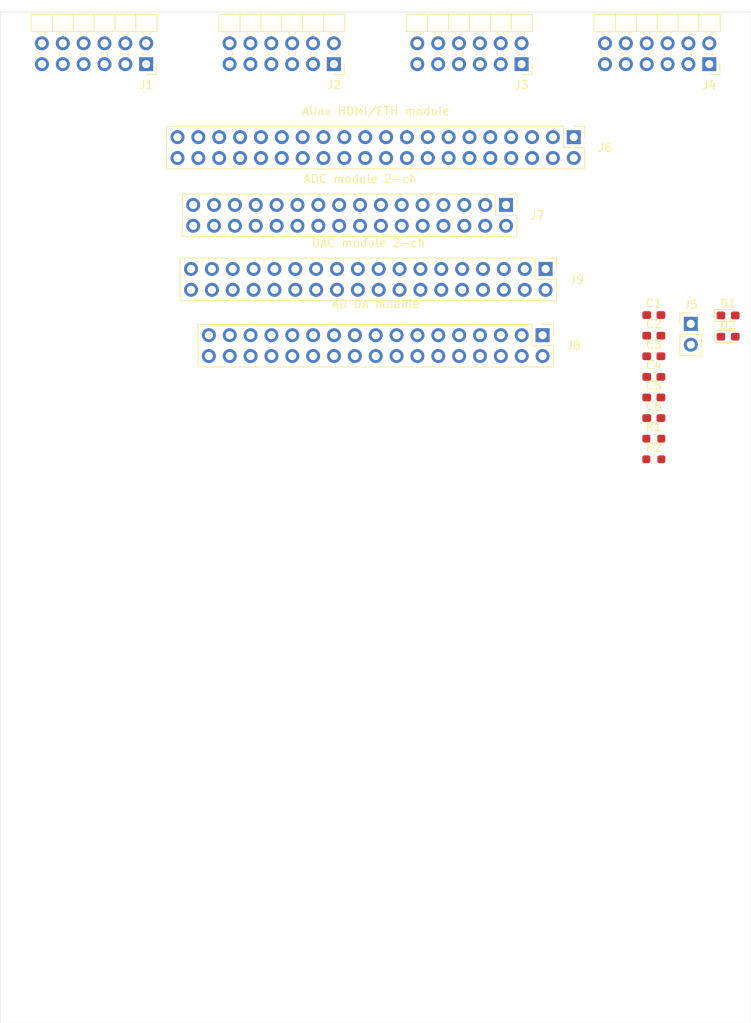
<source format=kicad_pcb>
(kicad_pcb (version 20221018) (generator pcbnew)
  (layers (0 "F.Cu" signal) (31 "B.Cu" signal) (34 "B.Paste" user) (35 "F.Paste" user) (36 "B.SilkS" user "B.Silkscreen") (37 "F.SilkS" user "F.Silkscreen") (38 "B.Mask" user) (39 "F.Mask" user) (44 "Edge.Cuts" user))
  (net 0 "")
  (net 1 "+5V")
  (net 2 "GND")
  (net 3 "+3.3V")
  (net 4 "Net-(D1-A)")
  (net 5 "Net-(D2-A)")
  (net 6 "/h12")
  (net 7 "/b10")
  (net 8 "/e10")
  (net 9 "/e12")
  (net 10 "/d10")
  (net 11 "/d11")
  (net 12 "/c11")
  (net 13 "/b11")
  (net 14 "/j11")
  (net 15 "/h11")
  (net 16 "/j10")
  (net 17 "/g10")
  (net 18 "/k13")
  (net 19 "/f12")
  (net 20 "/k12")
  (net 21 "/f11")
  (net 22 "/ae12")
  (net 23 "/af11")
  (net 24 "/af12")
  (net 25 "/ag11")
  (net 26 "/ag10")
  (net 27 "/ah12")
  (net 28 "/ah10")
  (net 29 "/ah11")
  (net 30 "/ac12")
  (net 31 "/ad11")
  (net 32 "/ad12")
  (net 33 "/ad10")
  (net 34 "/ae10")
  (net 35 "/aa11")
  (net 36 "/af10")
  (net 37 "/aa10")
  (footprint "MountingHole:MountingHole_3.2mm_M3" (layer "F.Cu") (at 139.755 145.465)
    (fp_text reference "H14" hide)
    (fp_text value "M3")
    (pad "" np_thru_hole circle (at 0 0) (size 3.2 3.2) (drill 3.2) (layers "*.Cu" "*.Mask"))
  )
  (footprint "MountingHole:MountingHole_3.2mm_M3" (layer "F.Cu") (at 139.355 121.005)
    (fp_text reference "H8" hide)
    (fp_text value "M3")
    (pad "" np_thru_hole circle (at 0 0) (size 3.2 3.2) (drill 3.2) (layers "*.Cu" "*.Mask"))
  )
  (footprint "MountingHole:MountingHole_3.2mm_M3" (layer "F.Cu") (at 134.77 131.46)
    (fp_text reference "H12" hide)
    (fp_text value "M3")
    (pad "" np_thru_hole circle (at 0 0) (size 3.2 3.2) (drill 3.2) (layers "*.Cu" "*.Mask"))
  )
  (footprint "Capacitor_SMD:C_0603_1608Metric_Pad1.08x0.95mm_HandSolder" (layer "F.Cu") (at 150.7325 73.67)
    (fp_text reference "C4" (at 0 -1.43) (layer "F.SilkS"))
    (fp_text value "100n")
    (fp_line (start -0.146267 -0.51) (end 0.146267 -0.51) (stroke (width 0.12)) (layer "F.SilkS"))
    (fp_line (start -0.146267 0.51) (end 0.146267 0.51) (stroke (width 0.12)) (layer "F.SilkS"))
    (pad "1" smd roundrect (at -0.8625 0) (size 1.075 0.95) (layers "F.Cu" "F.Paste" "F.Mask") (net 1 "+5V"))
    (pad "2" smd roundrect (at 0.8625 0) (size 1.075 0.95) (layers "F.Cu" "F.Paste" "F.Mask") (net 2 "GND"))
  )
  (footprint "MountingHole:MountingHole_2.5mm" (layer "F.Cu") (at 116.85 144.785)
    (fp_text reference "H5" hide)
    (fp_text value "2.5")
    (pad "" np_thru_hole circle (at 0 0) (size 2.5 2.5) (drill 2.5) (layers "*.Cu" "*.Mask"))
  )
  (footprint "Resistor_SMD:R_0603_1608Metric_Pad0.98x0.95mm_HandSolder" (layer "F.Cu") (at 150.7325 81.2)
    (fp_text reference "R1" (at 0 -1.43) (layer "F.SilkS"))
    (fp_text value "470E")
    (fp_line (start -0.254724 -0.5225) (end 0.254724 -0.5225) (stroke (width 0.12)) (layer "F.SilkS"))
    (fp_line (start -0.254724 0.5225) (end 0.254724 0.5225) (stroke (width 0.12)) (layer "F.SilkS"))
    (pad "1" smd roundrect (at -0.9125 0) (size 0.975 0.95) (layers "F.Cu" "F.Paste" "F.Mask") (net 1 "+5V"))
    (pad "2" smd roundrect (at 0.9125 0) (size 0.975 0.95) (layers "F.Cu" "F.Paste" "F.Mask") (net 4 "Net-(D1-A)"))
  )
  (footprint "MountingHole:MountingHole_3.2mm_M3" (layer "F.Cu") (at 131.95 102.59)
    (fp_text reference "H16" hide)
    (fp_text value "M3")
    (pad "" np_thru_hole circle (at 0 0) (size 3.2 3.2) (drill 3.2) (layers "*.Cu" "*.Mask"))
  )
  (footprint "LED_SMD:LED_0603_1608Metric_Pad1.05x0.95mm_HandSolder" (layer "F.Cu") (at 159.7775 68.77)
    (fp_text reference "D2" (at 0 -1.43) (layer "F.SilkS"))
    (fp_text value "green")
    (fp_line (start -1.66 -0.735) (end -1.66 0.735) (stroke (width 0.12)) (layer "F.SilkS"))
    (fp_line (start -1.66 0.735) (end 0.8 0.735) (stroke (width 0.12)) (layer "F.SilkS"))
    (fp_line (start 0.8 -0.735) (end -1.66 -0.735) (stroke (width 0.12)) (layer "F.SilkS"))
    (pad "1" smd roundrect (at -0.875 0) (size 1.05 0.95) (layers "F.Cu" "F.Paste" "F.Mask") (net 2 "GND"))
    (pad "2" smd roundrect (at 0.875 0) (size 1.05 0.95) (layers "F.Cu" "F.Paste" "F.Mask") (net 5 "Net-(D2-A)"))
  )
  (footprint "MountingHole:MountingHole_2.5mm" (layer "F.Cu") (at 156.22 144.785)
    (fp_text reference "H6" hide)
    (fp_text value "2.5")
    (pad "" np_thru_hole circle (at 0 0) (size 2.5 2.5) (drill 2.5) (layers "*.Cu" "*.Mask"))
  )
  (footprint "MountingHole:MountingHole_2.5mm" (layer "F.Cu") (at 93.99 34.3)
    (fp_text reference "H1" hide)
    (fp_text value "2.5")
    (pad "" np_thru_hole circle (at 0 0) (size 2.5 2.5) (drill 2.5) (layers "*.Cu" "*.Mask"))
  )
  (footprint "MountingHole:MountingHole_3.2mm_M3" (layer "F.Cu") (at 139.355 90.005)
    (fp_text reference "H10" hide)
    (fp_text value "M3")
    (pad "" np_thru_hole circle (at 0 0) (size 3.2 3.2) (drill 3.2) (layers "*.Cu" "*.Mask"))
  )
  (footprint "MountingHole:MountingHole_2.5mm" (layer "F.Cu") (at 139.71 34.3)
    (fp_text reference "H3" hide)
    (fp_text value "2.5")
    (pad "" np_thru_hole circle (at 0 0) (size 2.5 2.5) (drill 2.5) (layers "*.Cu" "*.Mask"))
  )
  (footprint "Library:PinHeader_2x06_P2.54mm_Horizontal" (layer "F.Cu") (at 111.765 35.565 90)
    (fp_text reference "J2" (at -2.545 0.005) (layer "F.SilkS"))
    (fp_text value "pmod-2")
    (fp_line (start -1.27 1.27) (end -1.27 0) (stroke (width 0.12)) (layer "F.SilkS"))
    (fp_line (start -1.27 1.27) (end 0 1.27) (stroke (width 0.12)) (layer "F.SilkS"))
    (fp_line (start 1.042929 -10.54) (end 1.497071 -10.54) (stroke (width 0.12)) (layer "F.SilkS"))
    (fp_line (start 1.042929 -9.78) (end 1.497071 -9.78) (stroke (width 0.12)) (layer "F.SilkS"))
    (fp_line (start 1.042929 -8) (end 1.497071 -8) (stroke (width 0.12)) (layer "F.SilkS"))
    (fp_line (start 1.042929 -7.24) (end 1.497071 -7.24) (stroke (width 0.12)) (layer "F.SilkS"))
    (fp_line (start 1.042929 -5.46) (end 1.497071 -5.46) (stroke (width 0.12)) (layer "F.SilkS"))
    (fp_line (start 1.042929 -4.7) (end 1.497071 -4.7) (stroke (width 0.12)) (layer "F.SilkS"))
    (fp_line (start 1.042929 -2.92) (end 1.497071 -2.92) (stroke (width 0.12)) (layer "F.SilkS"))
    (fp_line (start 1.042929 -2.16) (end 1.497071 -2.16) (stroke (width 0.12)) (layer "F.SilkS"))
    (fp_line (start 1.042929 -0.38) (end 1.497071 -0.38) (stroke (width 0.12)) (layer "F.SilkS"))
    (fp_line (start 1.042929 0.38) (end 1.497071 0.38) (stroke (width 0.12)) (layer "F.SilkS"))
    (fp_line (start 1.11 -13.08) (end 1.497071 -13.08) (stroke (width 0.12)) (layer "F.SilkS"))
    (fp_line (start 1.11 -12.32) (end 1.497071 -12.32) (stroke (width 0.12)) (layer "F.SilkS"))
    (fp_line (start 3.582929 -13.08) (end 3.98 -13.08) (stroke (width 0.12)) (layer "F.SilkS"))
    (fp_line (start 3.582929 -12.32) (end 3.98 -12.32) (stroke (width 0.12)) (layer "F.SilkS"))
    (fp_line (start 3.582929 -10.54) (end 3.98 -10.54) (stroke (width 0.12)) (layer "F.SilkS"))
    (fp_line (start 3.582929 -9.78) (end 3.98 -9.78) (stroke (width 0.12)) (layer "F.SilkS"))
    (fp_line (start 3.582929 -8) (end 3.98 -8) (stroke (width 0.12)) (layer "F.SilkS"))
    (fp_line (start 3.582929 -7.24) (end 3.98 -7.24) (stroke (width 0.12)) (layer "F.SilkS"))
    (fp_line (start 3.582929 -5.46) (end 3.98 -5.46) (stroke (width 0.12)) (layer "F.SilkS"))
    (fp_line (start 3.582929 -4.7) (end 3.98 -4.7) (stroke (width 0.12)) (layer "F.SilkS"))
    (fp_line (start 3.582929 -2.92) (end 3.98 -2.92) (stroke (width 0.12)) (layer "F.SilkS"))
    (fp_line (start 3.582929 -2.16) (end 3.98 -2.16) (stroke (width 0.12)) (layer "F.SilkS"))
    (fp_line (start 3.582929 -0.38) (end 3.98 -0.38) (stroke (width 0.12)) (layer "F.SilkS"))
    (fp_line (start 3.582929 0.38) (end 3.98 0.38) (stroke (width 0.12)) (layer "F.SilkS"))
    (fp_line (start 3.98 -14.03) (end 3.98 1.33) (stroke (width 0.12)) (layer "F.SilkS"))
    (fp_line (start 3.98 -11.43) (end 6.096 -11.43) (stroke (width 0.12)) (layer "F.SilkS"))
    (fp_line (start 3.98 -8.89) (end 6.096 -8.89) (stroke (width 0.12)) (layer "F.SilkS"))
    (fp_line (start 3.98 -6.35) (end 6.096 -6.35) (stroke (width 0.12)) (layer "F.SilkS"))
    (fp_line (start 3.98 -3.81) (end 6.096 -3.81) (stroke (width 0.12)) (layer "F.SilkS"))
    (fp_line (start 3.98 -1.27) (end 6.096 -1.27) (stroke (width 0.12)) (layer "F.SilkS"))
    (fp_line (start 3.98 1.33) (end 6.096 1.33) (stroke (width 0.12)) (layer "F.SilkS"))
    (fp_line (start 6.096 -14.03) (end 3.98 -14.03) (stroke (width 0.12)) (layer "F.SilkS"))
    (fp_line (start 6.096 1.33) (end 6.096 -14.03) (stroke (width 0.12)) (layer "F.SilkS"))
    (pad "1" thru_hole rect (at 0 0 90) (size 1.7 1.7) (drill 1) (layers "*.Cu" "*.Mask") (net 14 "/j11"))
    (pad "2" thru_hole oval (at 2.54 0 90) (size 1.7 1.7) (drill 1) (layers "*.Cu" "*.Mask") (net 15 "/h11"))
    (pad "3" thru_hole oval (at 0 -2.54 90) (size 1.7 1.7) (drill 1) (layers "*.Cu" "*.Mask") (net 16 "/j10"))
    (pad "4" thru_hole oval (at 2.54 -2.54 90) (size 1.7 1.7) (drill 1) (layers "*.Cu" "*.Mask") (net 17 "/g10"))
    (pad "5" thru_hole oval (at 0 -5.08 90) (size 1.7 1.7) (drill 1) (layers "*.Cu" "*.Mask") (net 18 "/k13"))
    (pad "6" thru_hole oval (at 2.54 -5.08 90) (size 1.7 1.7) (drill 1) (layers "*.Cu" "*.Mask") (net 19 "/f12"))
    (pad "7" thru_hole oval (at 0 -7.62 90) (size 1.7 1.7) (drill 1) (layers "*.Cu" "*.Mask") (net 20 "/k12"))
    (pad "8" thru_hole oval (at 2.54 -7.62 90) (size 1.7 1.7) (drill 1) (layers "*.Cu" "*.Mask") (net 21 "/f11"))
    (pad "9" thru_hole oval (at 0 -10.16 90) (size 1.7 1.7) (drill 1) (layers "*.Cu" "*.Mask") (net 2 "GND"))
    (pad "10" thru_hole oval (at 2.54 -10.16 90) (size 1.7 1.7) (drill 1) (layers "*.Cu" "*.Mask") (net 2 "GND"))
    (pad "11" thru_hole oval (at 0 -12.7 90) (size 1.7 1.7) (drill 1) (layers "*.Cu" "*.Mask") (net 3 "+3.3V"))
    (pad "12" thru_hole oval (at 2.54 -12.7 90) (size 1.7 1.7) (drill 1) (layers "*.Cu" "*.Mask") (net 3 "+3.3V"))
  )
  (footprint "MountingHole:MountingHole_3.2mm_M3" (layer "F.Cu") (at 94.355 90.005)
    (fp_text reference "H9" hide)
    (fp_text value "M3")
    (pad "" np_thru_hole circle (at 0 0) (size 3.2 3.2) (drill 3.2) (layers "*.Cu" "*.Mask"))
  )
  (footprint "Library:PinHeader_2x06_P2.54mm_Horizontal" (layer "F.Cu") (at 88.905 35.565 90)
    (fp_text reference "J1" (at -2.545 0.005) (layer "F.SilkS"))
    (fp_text value "pmod-1")
    (fp_line (start -1.27 1.27) (end -1.27 0) (stroke (width 0.12)) (layer "F.SilkS"))
    (fp_line (start -1.27 1.27) (end 0 1.27) (stroke (width 0.12)) (layer "F.SilkS"))
    (fp_line (start 1.042929 -10.54) (end 1.497071 -10.54) (stroke (width 0.12)) (layer "F.SilkS"))
    (fp_line (start 1.042929 -9.78) (end 1.497071 -9.78) (stroke (width 0.12)) (layer "F.SilkS"))
    (fp_line (start 1.042929 -8) (end 1.497071 -8) (stroke (width 0.12)) (layer "F.SilkS"))
    (fp_line (start 1.042929 -7.24) (end 1.497071 -7.24) (stroke (width 0.12)) (layer "F.SilkS"))
    (fp_line (start 1.042929 -5.46) (end 1.497071 -5.46) (stroke (width 0.12)) (layer "F.SilkS"))
    (fp_line (start 1.042929 -4.7) (end 1.497071 -4.7) (stroke (width 0.12)) (layer "F.SilkS"))
    (fp_line (start 1.042929 -2.92) (end 1.497071 -2.92) (stroke (width 0.12)) (layer "F.SilkS"))
    (fp_line (start 1.042929 -2.16) (end 1.497071 -2.16) (stroke (width 0.12)) (layer "F.SilkS"))
    (fp_line (start 1.042929 -0.38) (end 1.497071 -0.38) (stroke (width 0.12)) (layer "F.SilkS"))
    (fp_line (start 1.042929 0.38) (end 1.497071 0.38) (stroke (width 0.12)) (layer "F.SilkS"))
    (fp_line (start 1.11 -13.08) (end 1.497071 -13.08) (stroke (width 0.12)) (layer "F.SilkS"))
    (fp_line (start 1.11 -12.32) (end 1.497071 -12.32) (stroke (width 0.12)) (layer "F.SilkS"))
    (fp_line (start 3.582929 -13.08) (end 3.98 -13.08) (stroke (width 0.12)) (layer "F.SilkS"))
    (fp_line (start 3.582929 -12.32) (end 3.98 -12.32) (stroke (width 0.12)) (layer "F.SilkS"))
    (fp_line (start 3.582929 -10.54) (end 3.98 -10.54) (stroke (width 0.12)) (layer "F.SilkS"))
    (fp_line (start 3.582929 -9.78) (end 3.98 -9.78) (stroke (width 0.12)) (layer "F.SilkS"))
    (fp_line (start 3.582929 -8) (end 3.98 -8) (stroke (width 0.12)) (layer "F.SilkS"))
    (fp_line (start 3.582929 -7.24) (end 3.98 -7.24) (stroke (width 0.12)) (layer "F.SilkS"))
    (fp_line (start 3.582929 -5.46) (end 3.98 -5.46) (stroke (width 0.12)) (layer "F.SilkS"))
    (fp_line (start 3.582929 -4.7) (end 3.98 -4.7) (stroke (width 0.12)) (layer "F.SilkS"))
    (fp_line (start 3.582929 -2.92) (end 3.98 -2.92) (stroke (width 0.12)) (layer "F.SilkS"))
    (fp_line (start 3.582929 -2.16) (end 3.98 -2.16) (stroke (width 0.12)) (layer "F.SilkS"))
    (fp_line (start 3.582929 -0.38) (end 3.98 -0.38) (stroke (width 0.12)) (layer "F.SilkS"))
    (fp_line (start 3.582929 0.38) (end 3.98 0.38) (stroke (width 0.12)) (layer "F.SilkS"))
    (fp_line (start 3.98 -14.03) (end 3.98 1.33) (stroke (width 0.12)) (layer "F.SilkS"))
    (fp_line (start 3.98 -11.43) (end 6.096 -11.43) (stroke (width 0.12)) (layer "F.SilkS"))
    (fp_line (start 3.98 -8.89) (end 6.096 -8.89) (stroke (width 0.12)) (layer "F.SilkS"))
    (fp_line (start 3.98 -6.35) (end 6.096 -6.35) (stroke (width 0.12)) (layer "F.SilkS"))
    (fp_line (start 3.98 -3.81) (end 6.096 -3.81) (stroke (width 0.12)) (layer "F.SilkS"))
    (fp_line (start 3.98 -1.27) (end 6.096 -1.27) (stroke (width 0.12)) (layer "F.SilkS"))
    (fp_line (start 3.98 1.33) (end 6.096 1.33) (stroke (width 0.12)) (layer "F.SilkS"))
    (fp_line (start 6.096 -14.03) (end 3.98 -14.03) (stroke (width 0.12)) (layer "F.SilkS"))
    (fp_line (start 6.096 1.33) (end 6.096 -14.03) (stroke (width 0.12)) (layer "F.SilkS"))
    (pad "1" thru_hole rect (at 0 0 90) (size 1.7 1.7) (drill 1) (layers "*.Cu" "*.Mask") (net 6 "/h12"))
    (pad "2" thru_hole oval (at 2.54 0 90) (size 1.7 1.7) (drill 1) (layers "*.Cu" "*.Mask") (net 7 "/b10"))
    (pad "3" thru_hole oval (at 0 -2.54 90) (size 1.7 1.7) (drill 1) (layers "*.Cu" "*.Mask") (net 8 "/e10"))
    (pad "4" thru_hole oval (at 2.54 -2.54 90) (size 1.7 1.7) (drill 1) (layers "*.Cu" "*.Mask") (net 9 "/e12"))
    (pad "5" thru_hole oval (at 0 -5.08 90) (size 1.7 1.7) (drill 1) (layers "*.Cu" "*.Mask") (net 10 "/d10"))
    (pad "6" thru_hole oval (at 2.54 -5.08 90) (size 1.7 1.7) (drill 1) (layers "*.Cu" "*.Mask") (net 11 "/d11"))
    (pad "7" thru_hole oval (at 0 -7.62 90) (size 1.7 1.7) (drill 1) (layers "*.Cu" "*.Mask") (net 12 "/c11"))
    (pad "8" thru_hole oval (at 2.54 -7.62 90) (size 1.7 1.7) (drill 1) (layers "*.Cu" "*.Mask") (net 13 "/b11"))
    (pad "9" thru_hole oval (at 0 -10.16 90) (size 1.7 1.7) (drill 1) (layers "*.Cu" "*.Mask") (net 2 "GND"))
    (pad "10" thru_hole oval (at 2.54 -10.16 90) (size 1.7 1.7) (drill 1) (layers "*.Cu" "*.Mask") (net 2 "GND"))
    (pad "11" thru_hole oval (at 0 -12.7 90) (size 1.7 1.7) (drill 1) (layers "*.Cu" "*.Mask") (net 3 "+3.3V"))
    (pad "12" thru_hole oval (at 2.54 -12.7 90) (size 1.7 1.7) (drill 1) (layers "*.Cu" "*.Mask") (net 3 "+3.3V"))
  )
  (footprint "Capacitor_SMD:C_0603_1608Metric_Pad1.08x0.95mm_HandSolder" (layer "F.Cu") (at 150.7325 68.65)
    (fp_text reference "C2" (at 0 -1.43) (layer "F.SilkS"))
    (fp_text value "100n")
    (fp_line (start -0.146267 -0.51) (end 0.146267 -0.51) (stroke (width 0.12)) (layer "F.SilkS"))
    (fp_line (start -0.146267 0.51) (end 0.146267 0.51) (stroke (width 0.12)) (layer "F.SilkS"))
    (pad "1" smd roundrect (at -0.8625 0) (size 1.075 0.95) (layers "F.Cu" "F.Paste" "F.Mask") (net 1 "+5V"))
    (pad "2" smd roundrect (at 0.8625 0) (size 1.075 0.95) (layers "F.Cu" "F.Paste" "F.Mask") (net 2 "GND"))
  )
  (footprint "MountingHole:MountingHole_3.2mm_M3" (layer "F.Cu") (at 97.17 131.46)
    (fp_text reference "H11" hide)
    (fp_text value "M3")
    (pad "" np_thru_hole circle (at 0 0) (size 3.2 3.2) (drill 3.2) (layers "*.Cu" "*.Mask"))
  )
  (footprint "MountingHole:MountingHole_2.5mm" (layer "F.Cu") (at 76.845 144.785)
    (fp_text reference "H4" hide)
    (fp_text value "2.5")
    (pad "" np_thru_hole circle (at 0 0) (size 2.5 2.5) (drill 2.5) (layers "*.Cu" "*.Mask"))
  )
  (footprint "Connector_PinHeader_2.54mm:PinHeader_2x18_P2.54mm_Vertical" (layer "F.Cu") (at 137.545 60.52 -90)
    (fp_text reference "J9" (at 1.27 -3.825) (layer "F.SilkS"))
    (fp_text value "DAC module 2-ch" (at -3.175 21.575) (layer "F.SilkS"))
    (fp_line (start -1.33 -1.33) (end 0 -1.33) (stroke (width 0.12)) (layer "F.SilkS"))
    (fp_line (start -1.33 0) (end -1.33 -1.33) (stroke (width 0.12)) (layer "F.SilkS"))
    (fp_line (start -1.33 1.27) (end -1.33 44.51) (stroke (width 0.12)) (layer "F.SilkS"))
    (fp_line (start -1.33 1.27) (end 1.27 1.27) (stroke (width 0.12)) (layer "F.SilkS"))
    (fp_line (start -1.33 44.51) (end 3.87 44.51) (stroke (width 0.12)) (layer "F.SilkS"))
    (fp_line (start 1.27 -1.33) (end 3.87 -1.33) (stroke (width 0.12)) (layer "F.SilkS"))
    (fp_line (start 1.27 1.27) (end 1.27 -1.33) (stroke (width 0.12)) (layer "F.SilkS"))
    (fp_line (start 3.87 -1.33) (end 3.87 44.51) (stroke (width 0.12)) (layer "F.SilkS"))
    (pad "1" thru_hole rect (at 0 0 270) (size 1.7 1.7) (drill 1) (layers "*.Cu" "*.Mask") (net 31 "/ad11"))
    (pad "2" thru_hole oval (at 2.54 0 270) (size 1.7 1.7) (drill 1) (layers "*.Cu" "*.Mask") (net 30 "/ac12"))
    (pad "3" thru_hole oval (at 0 2.54 270) (size 1.7 1.7) (drill 1) (layers "*.Cu" "*.Mask") (net 33 "/ad10"))
    (pad "4" thru_hole oval (at 2.54 2.54 270) (size 1.7 1.7) (drill 1) (layers "*.Cu" "*.Mask") (net 32 "/ad12"))
    (pad "5" thru_hole oval (at 0 5.08 270) (size 1.7 1.7) (drill 1) (layers "*.Cu" "*.Mask") (net 35 "/aa11"))
    (pad "6" thru_hole oval (at 2.54 5.08 270) (size 1.7 1.7) (drill 1) (layers "*.Cu" "*.Mask") (net 34 "/ae10"))
    (pad "7" thru_hole oval (at 0 7.62 270) (size 1.7 1.7) (drill 1) (layers "*.Cu" "*.Mask") (net 37 "/aa10"))
    (pad "8" thru_hole oval (at 2.54 7.62 270) (size 1.7 1.7) (drill 1) (layers "*.Cu" "*.Mask") (net 36 "/af10"))
    (pad "9" thru_hole oval (at 0 10.16 270) (size 1.7 1.7) (drill 1) (layers "*.Cu" "*.Mask") (net 23 "/af11"))
    (pad "10" thru_hole oval (at 2.54 10.16 270) (size 1.7 1.7) (drill 1) (layers "*.Cu" "*.Mask") (net 22 "/ae12"))
    (pad "11" thru_hole oval (at 0 12.7 270) (size 1.7 1.7) (drill 1) (layers "*.Cu" "*.Mask") (net 1 "+5V"))
    (pad "12" thru_hole oval (at 2.54 12.7 270) (size 1.7 1.7) (drill 1) (layers "*.Cu" "*.Mask") (net 2 "GND"))
    (pad "13" thru_hole oval (at 0 15.24 270) (size 1.7 1.7) (drill 1) (layers "*.Cu" "*.Mask") (net 25 "/ag11"))
    (pad "14" thru_hole oval (at 2.54 15.24 270) (size 1.7 1.7) (drill 1) (layers "*.Cu" "*.Mask") (net 24 "/af12"))
    (pad "15" thru_hole oval (at 0 17.78 270) (size 1.7 1.7) (drill 1) (layers "*.Cu" "*.Mask") (net 27 "/ah12"))
    (pad "16" thru_hole oval (at 2.54 17.78 270) (size 1.7 1.7) (drill 1) (layers "*.Cu" "*.Mask") (net 26 "/ag10"))
    (pad "17" thru_hole oval (at 0 20.32 270) (size 1.7 1.7) (drill 1) (layers "*.Cu" "*.Mask") (net 29 "/ah11"))
    (pad "18" thru_hole oval (at 2.54 20.32 270) (size 1.7 1.7) (drill 1) (layers "*.Cu" "*.Mask") (net 28 "/ah10"))
    (pad "19" thru_hole oval (at 0 22.86 270) (size 1.7 1.7) (drill 1) (layers "*.Cu" "*.Mask") (net 15 "/h11"))
    (pad "20" thru_hole oval (at 2.54 22.86 270) (size 1.7 1.7) (drill 1) (layers "*.Cu" "*.Mask") (net 14 "/j11"))
    (pad "21" thru_hole oval (at 0 25.4 270) (size 1.7 1.7) (drill 1) (layers "*.Cu" "*.Mask") (net 17 "/g10"))
    (pad "22" thru_hole oval (at 2.54 25.4 270) (size 1.7 1.7) (drill 1) (layers "*.Cu" "*.Mask") (net 16 "/j10"))
    (pad "23" thru_hole oval (at 0 27.94 270) (size 1.7 1.7) (drill 1) (layers "*.Cu" "*.Mask") (net 19 "/f12"))
    (pad "24" thru_hole oval (at 2.54 27.94 270) (size 1.7 1.7) (drill 1) (layers "*.Cu" "*.Mask") (net 18 "/k13"))
    (pad "25" thru_hole oval (at 0 30.48 270) (size 1.7 1.7) (drill 1) (layers "*.Cu" "*.Mask") (net 21 "/f11"))
    (pad "26" thru_hole oval (at 2.54 30.48 270) (size 1.7 1.7) (drill 1) (layers "*.Cu" "*.Mask") (net 20 "/k12"))
    (pad "27" thru_hole oval (at 0 33.02 270) (size 1.7 1.7) (drill 1) (layers "*.Cu" "*.Mask") (net 7 "/b10"))
    (pad "28" thru_hole oval (at 2.54 33.02 270) (size 1.7 1.7) (drill 1) (layers "*.Cu" "*.Mask") (net 6 "/h12"))
    (pad "29" thru_hole oval (at 0 35.56 270) (size 1.7 1.7) (drill 1) (layers "*.Cu" "*.Mask"))
    (pad "30" thru_hole oval (at 2.54 35.56 270) (size 1.7 1.7) (drill 1) (layers "*.Cu" "*.Mask") (net 2 "GND"))
    (pad "31" thru_hole oval (at 0 38.1 270) (size 1.7 1.7) (drill 1) (layers "*.Cu" "*.Mask") (net 9 "/e12"))
    (pad "32" thru_hole oval (at 2.54 38.1 270) (size 1.7 1.7) (drill 1) (layers "*.Cu" "*.Mask") (net 8 "/e10"))
    (pad "33" thru_hole oval (at 0 40.64 270) (size 1.7 1.7) (drill 1) (layers "*.Cu" "*.Mask") (net 11 "/d11"))
    (pad "34" thru_hole oval (at 2.54 40.64 270) (size 1.7 1.7) (drill 1) (layers "*.Cu" "*.Mask") (net 10 "/d10"))
    (pad "35" thru_hole oval (at 0 43.18 270) (size 1.7 1.7) (drill 1) (layers "*.Cu" "*.Mask") (net 13 "/b11"))
    (pad "36" thru_hole oval (at 2.54 43.18 270) (size 1.7 1.7) (drill 1) (layers "*.Cu" "*.Mask") (net 12 "/c11"))
  )
  (footprint "MountingHole:MountingHole_3.2mm_M3" (layer "F.Cu") (at 94.355 121.005)
    (fp_text reference "H7" hide)
    (fp_text value "M3")
    (pad "" np_thru_hole circle (at 0 0) (size 3.2 3.2) (drill 3.2) (layers "*.Cu" "*.Mask"))
  )
  (footprint "Connector_PinHeader_2.54mm:PinHeader_2x20_P2.54mm_Vertical" (layer "F.Cu") (at 140.98 44.46 -90)
    (fp_text reference "J6" (at 1.275 -3.815) (layer "F.SilkS"))
    (fp_text value "Alinx HDMI/ETH module" (at -3.17 24.125) (layer "F.SilkS"))
    (fp_line (start -1.33 -1.33) (end 0 -1.33) (stroke (width 0.12)) (layer "F.SilkS"))
    (fp_line (start -1.33 0) (end -1.33 -1.33) (stroke (width 0.12)) (layer "F.SilkS"))
    (fp_line (start -1.33 1.27) (end -1.33 49.59) (stroke (width 0.12)) (layer "F.SilkS"))
    (fp_line (start -1.33 1.27) (end 1.27 1.27) (stroke (width 0.12)) (layer "F.SilkS"))
    (fp_line (start -1.33 49.59) (end 3.87 49.59) (stroke (width 0.12)) (layer "F.SilkS"))
    (fp_line (start 1.27 -1.33) (end 3.87 -1.33) (stroke (width 0.12)) (layer "F.SilkS"))
    (fp_line (start 1.27 1.27) (end 1.27 -1.33) (stroke (width 0.12)) (layer "F.SilkS"))
    (fp_line (start 3.87 -1.33) (end 3.87 49.59) (stroke (width 0.12)) (layer "F.SilkS"))
    (pad "1" thru_hole rect (at 0 0 270) (size 1.7 1.7) (drill 1) (layers "*.Cu" "*.Mask") (net 2 "GND"))
    (pad "2" thru_hole oval (at 2.54 0 270) (size 1.7 1.7) (drill 1) (layers "*.Cu" "*.Mask") (net 1 "+5V"))
    (pad "3" thru_hole oval (at 0 2.54 270) (size 1.7 1.7) (drill 1) (layers "*.Cu" "*.Mask") (net 31 "/ad11"))
    (pad "4" thru_hole oval (at 2.54 2.54 270) (size 1.7 1.7) (drill 1) (layers "*.Cu" "*.Mask") (net 30 "/ac12"))
    (pad "5" thru_hole oval (at 0 5.08 270) (size 1.7 1.7) (drill 1) (layers "*.Cu" "*.Mask") (net 33 "/ad10"))
    (pad "6" thru_hole oval (at 2.54 5.08 270) (size 1.7 1.7) (drill 1) (layers "*.Cu" "*.Mask") (net 32 "/ad12"))
    (pad "7" thru_hole oval (at 0 7.62 270) (size 1.7 1.7) (drill 1) (layers "*.Cu" "*.Mask") (net 35 "/aa11"))
    (pad "8" thru_hole oval (at 2.54 7.62 270) (size 1.7 1.7) (drill 1) (layers "*.Cu" "*.Mask") (net 34 "/ae10"))
    (pad "9" thru_hole oval (at 0 10.16 270) (size 1.7 1.7) (drill 1) (layers "*.Cu" "*.Mask") (net 37 "/aa10"))
    (pad "10" thru_hole oval (at 2.54 10.16 270) (size 1.7 1.7) (drill 1) (layers "*.Cu" "*.Mask") (net 36 "/af10"))
    (pad "11" thru_hole oval (at 0 12.7 270) (size 1.7 1.7) (drill 1) (layers "*.Cu" "*.Mask") (net 23 "/af11"))
    (pad "12" thru_hole oval (at 2.54 12.7 270) (size 1.7 1.7) (drill 1) (layers "*.Cu" "*.Mask") (net 22 "/ae12"))
    (pad "13" thru_hole oval (at 0 15.24 270) (size 1.7 1.7) (drill 1) (layers "*.Cu" "*.Mask") (net 25 "/ag11"))
    (pad "14" thru_hole oval (at 2.54 15.24 270) (size 1.7 1.7) (drill 1) (layers "*.Cu" "*.Mask") (net 24 "/af12"))
    (pad "15" thru_hole oval (at 0 17.78 270) (size 1.7 1.7) (drill 1) (layers "*.Cu" "*.Mask") (net 27 "/ah12"))
    (pad "16" thru_hole oval (at 2.54 17.78 270) (size 1.7 1.7) (drill 1) (layers "*.Cu" "*.Mask") (net 26 "/ag10"))
    (pad "17" thru_hole oval (at 0 20.32 270) (size 1.7 1.7) (drill 1) (layers "*.Cu" "*.Mask") (net 29 "/ah11"))
    (pad "18" thru_hole oval (at 2.54 20.32 270) (size 1.7 1.7) (drill 1) (layers "*.Cu" "*.Mask") (net 28 "/ah10"))
    (pad "19" thru_hole oval (at 0 22.86 270) (size 1.7 1.7) (drill 1) (layers "*.Cu" "*.Mask") (net 15 "/h11"))
    (pad "20" thru_hole oval (at 2.54 22.86 270) (size 1.7 1.7) (drill 1) (layers "*.Cu" "*.Mask") (net 14 "/j11"))
    (pad "21" thru_hole oval (at 0 25.4 270) (size 1.7 1.7) (drill 1) (layers "*.Cu" "*.Mask") (net 17 "/g10"))
    (pad "22" thru_hole oval (at 2.54 25.4 270) (size 1.7 1.7) (drill 1) (layers "*.Cu" "*.Mask") (net 16 "/j10"))
    (pad "23" thru_hole oval (at 0 27.94 270) (size 1.7 1.7) (drill 1) (layers "*.Cu" "*.Mask") (net 19 "/f12"))
    (pad "24" thru_hole oval (at 2.54 27.94 270) (size 1.7 1.7) (drill 1) (layers "*.Cu" "*.Mask") (net 18 "/k13"))
    (pad "25" thru_hole oval (at 0 30.48 270) (size 1.7 1.7) (drill 1) (layers "*.Cu" "*.Mask") (net 21 "/f11"))
    (pad "26" thru_hole oval (at 2.54 30.48 270) (size 1.7 1.7) (drill 1) (layers "*.Cu" "*.Mask") (net 20 "/k12"))
    (pad "27" thru_hole oval (at 0 33.02 270) (size 1.7 1.7) (drill 1) (layers "*.Cu" "*.Mask") (net 7 "/b10"))
    (pad "28" thru_hole oval (at 2.54 33.02 270) (size 1.7 1.7) (drill 1) (layers "*.Cu" "*.Mask") (net 6 "/h12"))
    (pad "29" thru_hole oval (at 0 35.56 270) (size 1.7 1.7) (drill 1) (layers "*.Cu" "*.Mask") (net 9 "/e12"))
    (pad "30" thru_hole oval (at 2.54 35.56 270) (size 1.7 1.7) (drill 1) (layers "*.Cu" "*.Mask") (net 8 "/e10"))
    (pad "31" thru_hole oval (at 0 38.1 270) (size 1.7 1.7) (drill 1) (layers "*.Cu" "*.Mask") (net 11 "/d11"))
    (pad "32" thru_hole oval (at 2.54 38.1 270) (size 1.7 1.7) (drill 1) (layers "*.Cu" "*.Mask") (net 10 "/d10"))
    (pad "33" thru_hole oval (at 0 40.64 270) (size 1.7 1.7) (drill 1) (layers "*.Cu" "*.Mask") (net 13 "/b11"))
    (pad "34" thru_hole oval (at 2.54 40.64 270) (size 1.7 1.7) (drill 1) (layers "*.Cu" "*.Mask") (net 12 "/c11"))
    (pad "35" thru_hole oval (at 0 43.18 270) (size 1.7 1.7) (drill 1) (layers "*.Cu" "*.Mask"))
    (pad "36" thru_hole oval (at 2.54 43.18 270) (size 1.7 1.7) (drill 1) (layers "*.Cu" "*.Mask"))
    (pad "37" thru_hole oval (at 0 45.72 270) (size 1.7 1.7) (drill 1) (layers "*.Cu" "*.Mask") (net 2 "GND"))
    (pad "38" thru_hole oval (at 2.54 45.72 270) (size 1.7 1.7) (drill 1) (layers "*.Cu" "*.Mask") (net 2 "GND"))
    (pad "39" thru_hole oval (at 0 48.26 270) (size 1.7 1.7) (drill 1) (layers "*.Cu" "*.Mask") (net 3 "+3.3V"))
    (pad "40" thru_hole oval (at 2.54 48.26 270) (size 1.7 1.7) (drill 1) (layers "*.Cu" "*.Mask") (net 3 "+3.3V"))
  )
  (footprint "Capacitor_SMD:C_0603_1608Metric_Pad1.08x0.95mm_HandSolder" (layer "F.Cu") (at 150.7325 66.14)
    (fp_text reference "C1" (at 0 -1.43) (layer "F.SilkS"))
    (fp_text value "10u")
    (fp_line (start -0.146267 -0.51) (end 0.146267 -0.51) (stroke (width 0.12)) (layer "F.SilkS"))
    (fp_line (start -0.146267 0.51) (end 0.146267 0.51) (stroke (width 0.12)) (layer "F.SilkS"))
    (pad "1" smd roundrect (at -0.8625 0) (size 1.075 0.95) (layers "F.Cu" "F.Paste" "F.Mask") (net 1 "+5V"))
    (pad "2" smd roundrect (at 0.8625 0) (size 1.075 0.95) (layers "F.Cu" "F.Paste" "F.Mask") (net 2 "GND"))
  )
  (footprint "MountingHole:MountingHole_2.5mm" (layer "F.Cu") (at 116.85 34.3)
    (fp_text reference "H2" hide)
    (fp_text value "2.5")
    (pad "" np_thru_hole circle (at 0 0) (size 2.5 2.5) (drill 2.5) (layers "*.Cu" "*.Mask"))
  )
  (footprint "Resistor_SMD:R_0603_1608Metric_Pad0.98x0.95mm_HandSolder" (layer "F.Cu") (at 150.7325 83.71)
    (fp_text reference "R2" (at 0 -1.43) (layer "F.SilkS"))
    (fp_text value "330E")
    (fp_line (start -0.254724 -0.5225) (end 0.254724 -0.5225) (stroke (width 0.12)) (layer "F.SilkS"))
    (fp_line (start -0.254724 0.5225) (end 0.254724 0.5225) (stroke (width 0.12)) (layer "F.SilkS"))
    (pad "1" smd roundrect (at -0.9125 0) (size 0.975 0.95) (layers "F.Cu" "F.Paste" "F.Mask") (net 3 "+3.3V"))
    (pad "2" smd roundrect (at 0.9125 0) (size 0.975 0.95) (layers "F.Cu" "F.Paste" "F.Mask") (net 5 "Net-(D2-A)"))
  )
  (footprint "MountingHole:MountingHole_3.2mm_M3" (layer "F.Cu") (at 97.95 102.59)
    (fp_text reference "H15" hide)
    (fp_text value "M3")
    (pad "" np_thru_hole circle (at 0 0) (size 3.2 3.2) (drill 3.2) (layers "*.Cu" "*.Mask"))
  )
  (footprint "Library:PinHeader_2x06_P2.54mm_Horizontal" (layer "F.Cu") (at 157.485 35.565 90)
    (fp_text reference "J4" (at -2.545 0.005) (layer "F.SilkS"))
    (fp_text value "pmod-4")
    (fp_line (start -1.27 1.27) (end -1.27 0) (stroke (width 0.12)) (layer "F.SilkS"))
    (fp_line (start -1.27 1.27) (end 0 1.27) (stroke (width 0.12)) (layer "F.SilkS"))
    (fp_line (start 1.042929 -10.54) (end 1.497071 -10.54) (stroke (width 0.12)) (layer "F.SilkS"))
    (fp_line (start 1.042929 -9.78) (end 1.497071 -9.78) (stroke (width 0.12)) (layer "F.SilkS"))
    (fp_line (start 1.042929 -8) (end 1.497071 -8) (stroke (width 0.12)) (layer "F.SilkS"))
    (fp_line (start 1.042929 -7.24) (end 1.497071 -7.24) (stroke (width 0.12)) (layer "F.SilkS"))
    (fp_line (start 1.042929 -5.46) (end 1.497071 -5.46) (stroke (width 0.12)) (layer "F.SilkS"))
    (fp_line (start 1.042929 -4.7) (end 1.497071 -4.7) (stroke (width 0.12)) (layer "F.SilkS"))
    (fp_line (start 1.042929 -2.92) (end 1.497071 -2.92) (stroke (width 0.12)) (layer "F.SilkS"))
    (fp_line (start 1.042929 -2.16) (end 1.497071 -2.16) (stroke (width 0.12)) (layer "F.SilkS"))
    (fp_line (start 1.042929 -0.38) (end 1.497071 -0.38) (stroke (width 0.12)) (layer "F.SilkS"))
    (fp_line (start 1.042929 0.38) (end 1.497071 0.38) (stroke (width 0.12)) (layer "F.SilkS"))
    (fp_line (start 1.11 -13.08) (end 1.497071 -13.08) (stroke (width 0.12)) (layer "F.SilkS"))
    (fp_line (start 1.11 -12.32) (end 1.497071 -12.32) (stroke (width 0.12)) (layer "F.SilkS"))
    (fp_line (start 3.582929 -13.08) (end 3.98 -13.08) (stroke (width 0.12)) (layer "F.SilkS"))
    (fp_line (start 3.582929 -12.32) (end 3.98 -12.32) (stroke (width 0.12)) (layer "F.SilkS"))
    (fp_line (start 3.582929 -10.54) (end 3.98 -10.54) (stroke (width 0.12)) (layer "F.SilkS"))
    (fp_line (start 3.582929 -9.78) (end 3.98 -9.78) (stroke (width 0.12)) (layer "F.SilkS"))
    (fp_line (start 3.582929 -8) (end 3.98 -8) (stroke (width 0.12)) (layer "F.SilkS"))
    (fp_line (start 3.582929 -7.24) (end 3.98 -7.24) (stroke (width 0.12)) (layer "F.SilkS"))
    (fp_line (start 3.582929 -5.46) (end 3.98 -5.46) (stroke (width 0.12)) (layer "F.SilkS"))
    (fp_line (start 3.582929 -4.7) (end 3.98 -4.7) (stroke (width 0.12)) (layer "F.SilkS"))
    (fp_line (start 3.582929 -2.92) (end 3.98 -2.92) (stroke (width 0.12)) (layer "F.SilkS"))
    (fp_line (start 3.582929 -2.16) (end 3.98 -2.16) (stroke (width 0.12)) (layer "F.SilkS"))
    (fp_line (start 3.582929 -0.38) (end 3.98 -0.38) (stroke (width 0.12)) (layer "F.SilkS"))
    (fp_line (start 3.582929 0.38) (end 3.98 0.38) (stroke (width 0.12)) (layer "F.SilkS"))
    (fp_line (start 3.98 -14.03) (end 3.98 1.33) (stroke (width 0.12)) (layer "F.SilkS"))
    (fp_line (start 3.98 -11.43) (end 6.096 -11.43) (stroke (width 0.12)) (layer "F.SilkS"))
    (fp_line (start 3.98 -8.89) (end 6.096 -8.89) (stroke (width 0.12)) (layer "F.SilkS"))
    (fp_line (start 3.98 -6.35) (end 6.096 -6.35) (stroke (width 0.12)) (layer "F.SilkS"))
    (fp_line (start 3.98 -3.81) (end 6.096 -3.81) (stroke (width 0.12)) (layer "F.SilkS"))
    (fp_line (start 3.98 -1.27) (end 6.096 -1.27) (stroke (width 0.12)) (layer "F.SilkS"))
    (fp_line (start 3.98 1.33) (end 6.096 1.33) (stroke (width 0.12)) (layer "F.SilkS"))
    (fp_line (start 6.096 -14.03) (end 3.98 -14.03) (stroke (width 0.12)) (layer "F.SilkS"))
    (fp_line (start 6.096 1.33) (end 6.096 -14.03) (stroke (width 0.12)) (layer "F.SilkS"))
    (pad "1" thru_hole rect (at 0 0 90) (size 1.7 1.7) (drill 1) (layers "*.Cu" "*.Mask") (net 30 "/ac12"))
    (pad "2" thru_hole oval (at 2.54 0 90) (size 1.7 1.7) (drill 1) (layers "*.Cu" "*.Mask") (net 31 "/ad11"))
    (pad "3" thru_hole oval (at 0 -2.54 90) (size 1.7 1.7) (drill 1) (layers "*.Cu" "*.Mask") (net 32 "/ad12"))
    (pad "4" thru_hole oval (at 2.54 -2.54 90) (size 1.7 1.7) (drill 1) (layers "*.Cu" "*.Mask") (net 33 "/ad10"))
    (pad "5" thru_hole oval (at 0 -5.08 90) (size 1.7 1.7) (drill 1) (layers "*.Cu" "*.Mask") (net 34 "/ae10"))
    (pad "6" thru_hole oval (at 2.54 -5.08 90) (size 1.7 1.7) (drill 1) (layers "*.Cu" "*.Mask") (net 35 "/aa11"))
    (pad "7" thru_hole oval (at 0 -7.62 90) (size 1.7 1.7) (drill 1) (layers "*.Cu" "*.Mask") (net 36 "/af10"))
    (pad "8" thru_hole oval (at 2.54 -7.62 90) (size 1.7 1.7) (drill 1) (layers "*.Cu" "*.Mask") (net 37 "/aa10"))
    (pad "9" thru_hole oval (at 0 -10.16 90) (size 1.7 1.7) (drill 1) (layers "*.Cu" "*.Mask") (net 2 "GND"))
    (pad "10" thru_hole oval (at 2.54 -10.16 90) (size 1.7 1.7) (drill 1) (layers "*.Cu" "*.Mask") (net 2 "GND"))
    (pad "11" thru_hole oval (at 0 -12.7 90) (size 1.7 1.7) (drill 1) (layers "*.Cu" "*.Mask") (net 3 "+3.3V"))
    (pad "12" thru_hole oval (at 2.54 -12.7 90) (size 1.7 1.7) (drill 1) (layers "*.Cu" "*.Mask") (net 3 "+3.3V"))
  )
  (footprint "Capacitor_SMD:C_0603_1608Metric_Pad1.08x0.95mm_HandSolder" (layer "F.Cu") (at 150.7325 71.16)
    (fp_text reference "C3" (at 0 -1.43) (layer "F.SilkS"))
    (fp_text value "100n")
    (fp_line (start -0.146267 -0.51) (end 0.146267 -0.51) (stroke (width 0.12)) (layer "F.SilkS"))
    (fp_line (start -0.146267 0.51) (end 0.146267 0.51) (stroke (width 0.12)) (layer "F.SilkS"))
    (pad "1" smd roundrect (at -0.8625 0) (size 1.075 0.95) (layers "F.Cu" "F.Paste" "F.Mask") (net 1 "+5V"))
    (pad "2" smd roundrect (at 0.8625 0) (size 1.075 0.95) (layers "F.Cu" "F.Paste" "F.Mask") (net 2 "GND"))
  )
  (footprint "Capacitor_SMD:C_0603_1608Metric_Pad1.08x0.95mm_HandSolder" (layer "F.Cu") (at 150.7325 78.69)
    (fp_text reference "C6" (at 0 -1.43) (layer "F.SilkS"))
    (fp_text value "100n")
    (fp_line (start -0.146267 -0.51) (end 0.146267 -0.51) (stroke (width 0.12)) (layer "F.SilkS"))
    (fp_line (start -0.146267 0.51) (end 0.146267 0.51) (stroke (width 0.12)) (layer "F.SilkS"))
    (pad "1" smd roundrect (at -0.8625 0) (size 1.075 0.95) (layers "F.Cu" "F.Paste" "F.Mask") (net 3 "+3.3V"))
    (pad "2" smd roundrect (at 0.8625 0) (size 1.075 0.95) (layers "F.Cu" "F.Paste" "F.Mask") (net 2 "GND"))
  )
  (footprint "Connector_PinHeader_2.54mm:PinHeader_1x02_P2.54mm_Vertical" (layer "F.Cu") (at 155.2325 67.21)
    (fp_text reference "J5" (at 0 -2.33) (layer "F.SilkS"))
    (fp_text value "5V")
    (fp_line (start -1.33 -1.33) (end 0 -1.33) (stroke (width 0.12)) (layer "F.SilkS"))
    (fp_line (start -1.33 0) (end -1.33 -1.33) (stroke (width 0.12)) (layer "F.SilkS"))
    (fp_line (start -1.33 1.27) (end -1.33 3.87) (stroke (width 0.12)) (layer "F.SilkS"))
    (fp_line (start -1.33 1.27) (end 1.33 1.27) (stroke (width 0.12)) (layer "F.SilkS"))
    (fp_line (start -1.33 3.87) (end 1.33 3.87) (stroke (width 0.12)) (layer "F.SilkS"))
    (fp_line (start 1.33 1.27) (end 1.33 3.87) (stroke (width 0.12)) (layer "F.SilkS"))
    (pad "1" thru_hole rect (at 0 0) (size 1.7 1.7) (drill 1) (layers "*.Cu" "*.Mask") (net 2 "GND"))
    (pad "2" thru_hole oval (at 0 2.54) (size 1.7 1.7) (drill 1) (layers "*.Cu" "*.Mask") (net 1 "+5V"))
  )
  (footprint "MountingHole:MountingHole_3.2mm_M3" (layer "F.Cu") (at 93.955 145.465)
    (fp_text reference "H13" hide)
    (fp_text value "M3")
    (pad "" np_thru_hole circle (at 0 0) (size 3.2 3.2) (drill 3.2) (layers "*.Cu" "*.Mask"))
  )
  (footprint "LED_SMD:LED_0603_1608Metric_Pad1.05x0.95mm_HandSolder" (layer "F.Cu") (at 159.7775 66.18)
    (fp_text reference "D1" (at 0 -1.43) (layer "F.SilkS"))
    (fp_text value "red")
    (fp_line (start -1.66 -0.735) (end -1.66 0.735) (stroke (width 0.12)) (layer "F.SilkS"))
    (fp_line (start -1.66 0.735) (end 0.8 0.735) (stroke (width 0.12)) (layer "F.SilkS"))
    (fp_line (start 0.8 -0.735) (end -1.66 -0.735) (stroke (width 0.12)) (layer "F.SilkS"))
    (pad "1" smd roundrect (at -0.875 0) (size 1.05 0.95) (layers "F.Cu" "F.Paste" "F.Mask") (net 2 "GND"))
    (pad "2" smd roundrect (at 0.875 0) (size 1.05 0.95) (layers "F.Cu" "F.Paste" "F.Mask") (net 4 "Net-(D1-A)"))
  )
  (footprint "Library:PinHeader_2x06_P2.54mm_Horizontal" (layer "F.Cu") (at 134.625 35.565 90)
    (fp_text reference "J3" (at -2.545 0.005) (layer "F.SilkS"))
    (fp_text value "pmod-3")
    (fp_line (start -1.27 1.27) (end -1.27 0) (stroke (width 0.12)) (layer "F.SilkS"))
    (fp_line (start -1.27 1.27) (end 0 1.27) (stroke (width 0.12)) (layer "F.SilkS"))
    (fp_line (start 1.042929 -10.54) (end 1.497071 -10.54) (stroke (width 0.12)) (layer "F.SilkS"))
    (fp_line (start 1.042929 -9.78) (end 1.497071 -9.78) (stroke (width 0.12)) (layer "F.SilkS"))
    (fp_line (start 1.042929 -8) (end 1.497071 -8) (stroke (width 0.12)) (layer "F.SilkS"))
    (fp_line (start 1.042929 -7.24) (end 1.497071 -7.24) (stroke (width 0.12)) (layer "F.SilkS"))
    (fp_line (start 1.042929 -5.46) (end 1.497071 -5.46) (stroke (width 0.12)) (layer "F.SilkS"))
    (fp_line (start 1.042929 -4.7) (end 1.497071 -4.7) (stroke (width 0.12)) (layer "F.SilkS"))
    (fp_line (start 1.042929 -2.92) (end 1.497071 -2.92) (stroke (width 0.12)) (layer "F.SilkS"))
    (fp_line (start 1.042929 -2.16) (end 1.497071 -2.16) (stroke (width 0.12)) (layer "F.SilkS"))
    (fp_line (start 1.042929 -0.38) (end 1.497071 -0.38) (stroke (width 0.12)) (layer "F.SilkS"))
    (fp_line (start 1.042929 0.38) (end 1.497071 0.38) (stroke (width 0.12)) (layer "F.SilkS"))
    (fp_line (start 1.11 -13.08) (end 1.497071 -13.08) (stroke (width 0.12)) (layer "F.SilkS"))
    (fp_line (start 1.11 -12.32) (end 1.497071 -12.32) (stroke (width 0.12)) (layer "F.SilkS"))
    (fp_line (start 3.582929 -13.08) (end 3.98 -13.08) (stroke (width 0.12)) (layer "F.SilkS"))
    (fp_line (start 3.582929 -12.32) (end 3.98 -12.32) (stroke (width 0.12)) (layer "F.SilkS"))
    (fp_line (start 3.582929 -10.54) (end 3.98 -10.54) (stroke (width 0.12)) (layer "F.SilkS"))
    (fp_line (start 3.582929 -9.78) (end 3.98 -9.78) (stroke (width 0.12)) (layer "F.SilkS"))
    (fp_line (start 3.582929 -8) (end 3.98 -8) (stroke (width 0.12)) (layer "F.SilkS"))
    (fp_line (start 3.582929 -7.24) (end 3.98 -7.24) (stroke (width 0.12)) (layer "F.SilkS"))
    (fp_line (start 3.582929 -5.46) (end 3.98 -5.46) (stroke (width 0.12)) (layer "F.SilkS"))
    (fp_line (start 3.582929 -4.7) (end 3.98 -4.7) (stroke (width 0.12)) (layer "F.SilkS"))
    (fp_line (start 3.582929 -2.92) (end 3.98 -2.92) (stroke (width 0.12)) (layer "F.SilkS"))
    (fp_line (start 3.582929 -2.16) (end 3.98 -2.16) (stroke (width 0.12)) (layer "F.SilkS"))
    (fp_line (start 3.582929 -0.38) (end 3.98 -0.38) (stroke (width 0.12)) (layer "F.SilkS"))
    (fp_line (start 3.582929 0.38) (end 3.98 0.38) (stroke (width 0.12)) (layer "F.SilkS"))
    (fp_line (start 3.98 -14.03) (end 3.98 1.33) (stroke (width 0.12)) (layer "F.SilkS"))
    (fp_line (start 3.98 -11.43) (end 6.096 -11.43) (stroke (width 0.12)) (layer "F.SilkS"))
    (fp_line (start 3.98 -8.89) (end 6.096 -8.89) (stroke (width 0.12)) (layer "F.SilkS"))
    (fp_line (start 3.98 -6.35) (end 6.096 -6.35) (stroke (width 0.12)) (layer "F.SilkS"))
    (fp_line (start 3.98 -3.81) (end 6.096 -3.81) (stroke (width 0.12)) (layer "F.SilkS"))
    (fp_line (start 3.98 -1.27) (end 6.096 -1.27) (stroke (width 0.12)) (layer "F.SilkS"))
    (fp_line (start 3.98 1.33) (end 6.096 1.33) (stroke (width 0.12)) (layer "F.SilkS"))
    (fp_line (start 6.096 -14.03) (end 3.98 -14.03) (stroke (width 0.12)) (layer "F.SilkS"))
    (fp_line (start 6.096 1.33) (end 6.096 -14.03) (stroke (width 0.12)) (layer "F.SilkS"))
    (pad "1" thru_hole rect (at 0 0 90) (size 1.7 1.7) (drill 1) (layers "*.Cu" "*.Mask") (net 22 "/ae12"))
    (pad "2" thru_hole oval (at 2.54 0 90) (size 1.7 1.7) (drill 1) (layers "*.Cu" "*.Mask") (net 23 "/af11"))
    (pad "3" thru_hole oval (at 0 -2.54 90) (size 1.7 1.7) (drill 1) (layers "*.Cu" "*.Mask") (net 24 "/af12"))
    (pad "4" thru_hole oval (at 2.54 -2.54 90) (size 1.7 1.7) (drill 1) (layers "*.Cu" "*.Mask") (net 25 "/ag11"))
    (pad "5" thru_hole oval (at 0 -5.08 90) (size 1.7 1.7) (drill 1) (layers "*.Cu" "*.Mask") (net 26 "/ag10"))
    (pad "6" thru_hole oval (at 2.54 -5.08 90) (size 1.7 1.7) (drill 1) (layers "*.Cu" "*.Mask") (net 27 "/ah12"))
    (pad "7" thru_hole oval (at 0 -7.62 90) (size 1.7 1.7) (drill 1) (layers "*.Cu" "*.Mask") (net 28 "/ah10"))
    (pad "8" thru_hole oval (at 2.54 -7.62 90) (size 1.7 1.7) (drill 1) (layers "*.Cu" "*.Mask") (net 29 "/ah11"))
    (pad "9" thru_hole oval (at 0 -10.16 90) (size 1.7 1.7) (drill 1) (layers "*.Cu" "*.Mask") (net 2 "GND"))
    (pad "10" thru_hole oval (at 2.54 -10.16 90) (size 1.7 1.7) (drill 1) (layers "*.Cu" "*.Mask") (net 2 "GND"))
    (pad "11" thru_hole oval (at 0 -12.7 90) (size 1.7 1.7) (drill 1) (layers "*.Cu" "*.Mask") (net 3 "+3.3V"))
    (pad "12" thru_hole oval (at 2.54 -12.7 90) (size 1.7 1.7) (drill 1) (layers "*.Cu" "*.Mask") (net 3 "+3.3V"))
  )
  (footprint "Capacitor_SMD:C_0603_1608Metric_Pad1.08x0.95mm_HandSolder" (layer "F.Cu") (at 150.7325 76.18)
    (fp_text reference "C5" (at 0 -1.43) (layer "F.SilkS"))
    (fp_text value "100n")
    (fp_line (start -0.146267 -0.51) (end 0.146267 -0.51) (stroke (width 0.12)) (layer "F.SilkS"))
    (fp_line (start -0.146267 0.51) (end 0.146267 0.51) (stroke (width 0.12)) (layer "F.SilkS"))
    (pad "1" smd roundrect (at -0.8625 0) (size 1.075 0.95) (layers "F.Cu" "F.Paste" "F.Mask") (net 1 "+5V"))
    (pad "2" smd roundrect (at 0.8625 0) (size 1.075 0.95) (layers "F.Cu" "F.Paste" "F.Mask") (net 2 "GND"))
  )
  (footprint "Connector_PinHeader_2.54mm:PinHeader_2x17_P2.54mm_Vertical" (layer "F.Cu") (at 137.18 68.59 -90)
    (fp_text reference "J8" (at 1.27 -3.805) (layer "F.SilkS"))
    (fp_text value "AD DA module" (at -3.805 20.325) (layer "F.SilkS"))
    (fp_line (start -1.33 -1.33) (end 0 -1.33) (stroke (width 0.12)) (layer "F.SilkS"))
    (fp_line (start -1.33 0) (end -1.33 -1.33) (stroke (width 0.12)) (layer "F.SilkS"))
    (fp_line (start -1.33 1.27) (end -1.33 41.97) (stroke (width 0.12)) (layer "F.SilkS"))
    (fp_line (start -1.33 1.27) (end 1.27 1.27) (stroke (width 0.12)) (layer "F.SilkS"))
    (fp_line (start -1.33 41.97) (end 3.87 41.97) (stroke (width 0.12)) (layer "F.SilkS"))
    (fp_line (start 1.27 -1.33) (end 3.87 -1.33) (stroke (width 0.12)) (layer "F.SilkS"))
    (fp_line (start 1.27 1.27) (end 1.27 -1.33) (stroke (width 0.12)) (layer "F.SilkS"))
    (fp_line (start 3.87 -1.33) (end 3.87 41.97) (stroke (width 0.12)) (layer "F.SilkS"))
    (pad "1" thru_hole rect (at 0 0 270) (size 1.7 1.7) (drill 1) (layers "*.Cu" "*.Mask") (net 2 "GND"))
    (pad "2" thru_hole oval (at 2.54 0 270) (size 1.7 1.7) (drill 1) (layers "*.Cu" "*.Mask") (net 1 "+5V"))
    (pad "3" thru_hole oval (at 0 2.54 270) (size 1.7 1.7) (drill 1) (layers "*.Cu" "*.Mask") (net 31 "/ad11"))
    (pad "4" thru_hole oval (at 2.54 2.54 270) (size 1.7 1.7) (drill 1) (layers "*.Cu" "*.Mask") (net 30 "/ac12"))
    (pad "5" thru_hole oval (at 0 5.08 270) (size 1.7 1.7) (drill 1) (layers "*.Cu" "*.Mask") (net 33 "/ad10"))
    (pad "6" thru_hole oval (at 2.54 5.08 270) (size 1.7 1.7) (drill 1) (layers "*.Cu" "*.Mask") (net 32 "/ad12"))
    (pad "7" thru_hole oval (at 0 7.62 270) (size 1.7 1.7) (drill 1) (layers "*.Cu" "*.Mask") (net 35 "/aa11"))
    (pad "8" thru_hole oval (at 2.54 7.62 270) (size 1.7 1.7) (drill 1) (layers "*.Cu" "*.Mask") (net 34 "/ae10"))
    (pad "9" thru_hole oval (at 0 10.16 270) (size 1.7 1.7) (drill 1) (layers "*.Cu" "*.Mask") (net 37 "/aa10"))
    (pad "10" thru_hole oval (at 2.54 10.16 270) (size 1.7 1.7) (drill 1) (layers "*.Cu" "*.Mask") (net 36 "/af10"))
    (pad "11" thru_hole oval (at 0 12.7 270) (size 1.7 1.7) (drill 1) (layers "*.Cu" "*.Mask") (net 23 "/af11"))
    (pad "12" thru_hole oval (at 2.54 12.7 270) (size 1.7 1.7) (drill 1) (layers "*.Cu" "*.Mask") (net 22 "/ae12"))
    (pad "13" thru_hole oval (at 0 15.24 270) (size 1.7 1.7) (drill 1) (layers "*.Cu" "*.Mask") (net 25 "/ag11"))
    (pad "14" thru_hole oval (at 2.54 15.24 270) (size 1.7 1.7) (drill 1) (layers "*.Cu" "*.Mask") (net 24 "/af12"))
    (pad "15" thru_hole oval (at 0 17.78 270) (size 1.7 1.7) (drill 1) (layers "*.Cu" "*.Mask") (net 27 "/ah12"))
    (pad "16" thru_hole oval (at 2.54 17.78 270) (size 1.7 1.7) (drill 1) (layers "*.Cu" "*.Mask") (net 26 "/ag10"))
    (pad "17" thru_hole oval (at 0 20.32 270) (size 1.7 1.7) (drill 1) (layers "*.Cu" "*.Mask") (net 29 "/ah11"))
    (pad "18" thru_hole oval (at 2.54 20.32 270) (size 1.7 1.7) (drill 1) (layers "*.Cu" "*.Mask") (net 28 "/ah10"))
    (pad "19" thru_hole oval (at 0 22.86 270) (size 1.7 1.7) (drill 1) (layers "*.Cu" "*.Mask") (net 15 "/h11"))
    (pad "20" thru_hole oval (at 2.54 22.86 270) (size 1.7 1.7) (drill 1) (layers "*.Cu" "*.Mask") (net 14 "/j11"))
    (pad "21" thru_hole oval (at 0 25.4 270) (size 1.7 1.7) (drill 1) (layers "*.Cu" "*.Mask") (net 17 "/g10"))
    (pad "22" thru_hole oval (at 2.54 25.4 270) (size 1.7 1.7) (drill 1) (layers "*.Cu" "*.Mask") (net 16 "/j10"))
    (pad "23" thru_hole oval (at 0 27.94 270) (size 1.7 1.7) (drill 1) (layers "*.Cu" "*.Mask") (net 19 "/f12"))
    (pad "24" thru_hole oval (at 2.54 27.94 270) (size 1.7 1.7) (drill 1) (layers "*.Cu" "*.Mask") (net 18 "/k13"))
    (pad "25" thru_hole oval (at 0 30.48 270) (size 1.7 1.7) (drill 1) (layers "*.Cu" "*.Mask") (net 21 "/f11"))
    (pad "26" thru_hole oval (at 2.54 30.48 270) (size 1.7 1.7) (drill 1) (layers "*.Cu" "*.Mask") (net 20 "/k12"))
    (pad "27" thru_hole oval (at 0 33.02 270) (size 1.7 1.7) (drill 1) (layers "*.Cu" "*.Mask") (net 7 "/b10"))
    (pad "28" thru_hole oval (at 2.54 33.02 270) (size 1.7 1.7) (drill 1) (layers "*.Cu" "*.Mask") (net 6 "/h12"))
    (pad "29" thru_hole oval (at 0 35.56 270) (size 1.7 1.7) (drill 1) (layers "*.Cu" "*.Mask") (net 9 "/e12"))
    (pad "30" thru_hole oval (at 2.54 35.56 270) (size 1.7 1.7) (drill 1) (layers "*.Cu" "*.Mask") (net 8 "/e10"))
    (pad "31" thru_hole oval (at 0 38.1 270) (size 1.7 1.7) (drill 1) (layers "*.Cu" "*.Mask") (net 11 "/d11"))
    (pad "32" thru_hole oval (at 2.54 38.1 270) (size 1.7 1.7) (drill 1) (layers "*.Cu" "*.Mask") (net 10 "/d10"))
    (pad "33" thru_hole oval (at 0 40.64 270) (size 1.7 1.7) (drill 1) (layers "*.Cu" "*.Mask") (net 13 "/b11"))
    (pad "34" thru_hole oval (at 2.54 40.64 270) (size 1.7 1.7) (drill 1) (layers "*.Cu" "*.Mask") (net 12 "/c11"))
  )
  (footprint "Connector_PinHeader_2.54mm:PinHeader_2x16_P2.54mm_Vertical" (layer "F.Cu") (at 132.73 52.72 -90)
    (fp_text reference "J7" (at 1.27 -3.81) (layer "F.SilkS"))
    (fp_text value "ADC module 2-ch" (at -3.175 17.78) (layer "F.SilkS"))
    (fp_line (start -1.33 -1.33) (end 0 -1.33) (stroke (width 0.12)) (layer "F.SilkS"))
    (fp_line (start -1.33 0) (end -1.33 -1.33) (stroke (width 0.12)) (layer "F.SilkS"))
    (fp_line (start -1.33 1.27) (end -1.33 39.43) (stroke (width 0.12)) (layer "F.SilkS"))
    (fp_line (start -1.33 1.27) (end 1.27 1.27) (stroke (width 0.12)) (layer "F.SilkS"))
    (fp_line (start -1.33 39.43) (end 3.87 39.43) (stroke (width 0.12)) (layer "F.SilkS"))
    (fp_line (start 1.27 -1.33) (end 3.87 -1.33) (stroke (width 0.12)) (layer "F.SilkS"))
    (fp_line (start 1.27 1.27) (end 1.27 -1.33) (stroke (width 0.12)) (layer "F.SilkS"))
    (fp_line (start 3.87 -1.33) (end 3.87 39.43) (stroke (width 0.12)) (layer "F.SilkS"))
    (pad "1" thru_hole rect (at 0 0 270) (size 1.7 1.7) (drill 1) (layers "*.Cu" "*.Mask") (net 35 "/aa11"))
    (pad "2" thru_hole oval (at 2.54 0 270) (size 1.7 1.7) (drill 1) (layers "*.Cu" "*.Mask") (net 34 "/ae10"))
    (pad "3" thru_hole oval (at 0 2.54 270) (size 1.7 1.7) (drill 1) (layers "*.Cu" "*.Mask") (net 37 "/aa10"))
    (pad "4" thru_hole oval (at 2.54 2.54 270) (size 1.7 1.7) (drill 1) (layers "*.Cu" "*.Mask") (net 36 "/af10"))
    (pad "5" thru_hole oval (at 0 5.08 270) (size 1.7 1.7) (drill 1) (layers "*.Cu" "*.Mask") (net 23 "/af11"))
    (pad "6" thru_hole oval (at 2.54 5.08 270) (size 1.7 1.7) (drill 1) (layers "*.Cu" "*.Mask") (net 22 "/ae12"))
    (pad "7" thru_hole oval (at 0 7.62 270) (size 1.7 1.7) (drill 1) (layers "*.Cu" "*.Mask") (net 25 "/ag11"))
    (pad "8" thru_hole oval (at 2.54 7.62 270) (size 1.7 1.7) (drill 1) (layers "*.Cu" "*.Mask") (net 24 "/af12"))
    (pad "9" thru_hole oval (at 0 10.16 270) (size 1.7 1.7) (drill 1) (layers "*.Cu" "*.Mask") (net 27 "/ah12"))
    (pad "10" thru_hole oval (at 2.54 10.16 270) (size 1.7 1.7) (drill 1) (layers "*.Cu" "*.Mask") (net 26 "/ag10"))
    (pad "11" thru_hole oval (at 0 12.7 270) (size 1.7 1.7) (drill 1) (layers "*.Cu" "*.Mask") (net 29 "/ah11"))
    (pad "12" thru_hole oval (at 2.54 12.7 270) (size 1.7 1.7) (drill 1) (layers "*.Cu" "*.Mask") (net 28 "/ah10"))
    (pad "13" thru_hole oval (at 0 15.24 270) (size 1.7 1.7) (drill 1) (layers "*.Cu" "*.Mask") (net 15 "/h11"))
    (pad "14" thru_hole oval (at 2.54 15.24 270) (size 1.7 1.7) (drill 1) (layers "*.Cu" "*.Mask") (net 14 "/j11"))
    (pad "15" thru_hole oval (at 0 17.78 270) (size 1.7 1.7) (drill 1) (layers "*.Cu" "*.Mask") (net 17 "/g10"))
    (pad "16" thru_hole oval (at 2.54 17.78 270) (size 1.7 1.7) (drill 1) (layers "*.Cu" "*.Mask") (net 16 "/j10"))
    (pad "17" thru_hole oval (at 0 20.32 270) (size 1.7 1.7) (drill 1) (layers "*.Cu" "*.Mask") (net 19 "/f12"))
    (pad "18" thru_hole oval (at 2.54 20.32 270) (size 1.7 1.7) (drill 1) (layers "*.Cu" "*.Mask") (net 18 "/k13"))
    (pad "19" thru_hole oval (at 0 22.86 270) (size 1.7 1.7) (drill 1) (layers "*.Cu" "*.Mask") (net 21 "/f11"))
    (pad "20" thru_hole oval (at 2.54 22.86 270) (size 1.7 1.7) (drill 1) (layers "*.Cu" "*.Mask") (net 20 "/k12"))
    (pad "21" thru_hole oval (at 0 25.4 270) (size 1.7 1.7) (drill 1) (layers "*.Cu" "*.Mask") (net 7 "/b10"))
    (pad "22" thru_hole oval (at 2.54 25.4 270) (size 1.7 1.7) (drill 1) (layers "*.Cu" "*.Mask") (net 6 "/h12"))
    (pad "23" thru_hole oval (at 0 27.94 270) (size 1.7 1.7) (drill 1) (layers "*.Cu" "*.Mask") (net 9 "/e12"))
    (pad "24" thru_hole oval (at 2.54 27.94 270) (size 1.7 1.7) (drill 1) (layers "*.Cu" "*.Mask") (net 8 "/e10"))
    (pad "25" thru_hole oval (at 0 30.48 270) (size 1.7 1.7) (drill 1) (layers "*.Cu" "*.Mask") (net 11 "/d11"))
    (pad "26" thru_hole oval (at 2.54 30.48 270) (size 1.7 1.7) (drill 1) (layers "*.Cu" "*.Mask") (net 10 "/d10"))
    (pad "27" thru_hole oval (at 0 33.02 270) (size 1.7 1.7) (drill 1) (layers "*.Cu" "*.Mask") (net 13 "/b11"))
    (pad "28" thru_hole oval (at 2.54 33.02 270) (size 1.7 1.7) (drill 1) (layers "*.Cu" "*.Mask") (net 12 "/c11"))
    (pad "29" thru_hole oval (at 0 35.56 270) (size 1.7 1.7) (drill 1) (layers "*.Cu" "*.Mask") (net 2 "GND"))
    (pad "30" thru_hole oval (at 2.54 35.56 270) (size 1.7 1.7) (drill 1) (layers "*.Cu" "*.Mask") (net 2 "GND"))
    (pad "31" thru_hole oval (at 0 38.1 270) (size 1.7 1.7) (drill 1) (layers "*.Cu" "*.Mask") (net 1 "+5V"))
    (pad "32" thru_hole oval (at 2.54 38.1 270) (size 1.7 1.7) (drill 1) (layers "*.Cu" "*.Mask") (net 1 "+5V"))
  )
  (gr_line (start 162.565 29.215) (end 71.125 29.215) (stroke (width 0.05)) (layer "Edge.Cuts"))
  (gr_line (start 71.125 152.405) (end 162.565 152.405) (stroke (width 0.05)) (layer "Edge.Cuts"))
  (gr_line (start 162.565 152.405) (end 162.565 29.215) (stroke (width 0.05)) (layer "Edge.Cuts"))
  (gr_line (start 71.125 29.215) (end 71.125 152.405) (stroke (width 0.05)) (layer "Edge.Cuts"))
)
</source>
